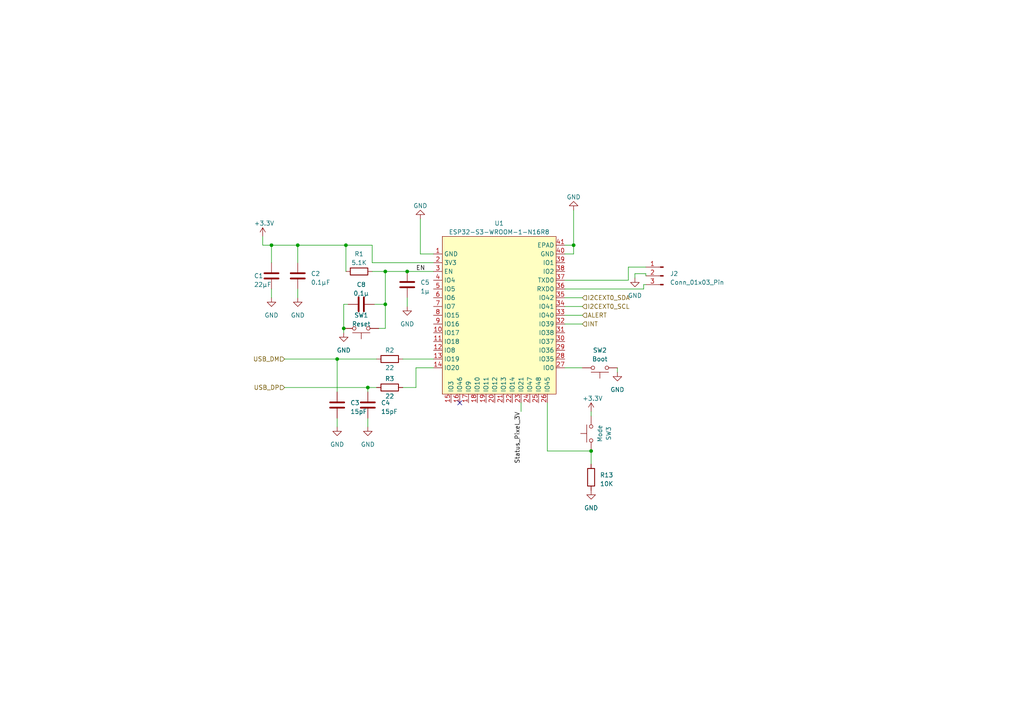
<source format=kicad_sch>
(kicad_sch (version 20231120) (generator "eeschema") (generator_version "8.0")
  (paper "A4")
  (lib_symbols
    (symbol "Connector:Conn_01x03_Pin" (pin_names (offset 1.016) hide)
      (property "Reference" "J" (at 0 5.08 0))
      (property "Value" "Conn_01x03_Pin" (at 0 -5.08 0))
      (symbol "Conn_01x03_Pin_1_1"
        (polyline (pts (xy 1.27 -2.54) (xy 0.8636 -2.54)) (stroke (width 0.1524)))
        (polyline (pts (xy 1.27 0) (xy 0.8636 0)) (stroke (width 0.1524)))
        (polyline (pts (xy 1.27 2.54) (xy 0.8636 2.54)) (stroke (width 0.1524)))
        (rectangle (start 0.8636 -2.413) (end 0 -2.667) (stroke (width 0.1524)) (fill (type outline)))
        (rectangle (start 0.8636 0.127) (end 0 -0.127) (stroke (width 0.1524)) (fill (type outline)))
        (rectangle (start 0.8636 2.667) (end 0 2.413) (stroke (width 0.1524)) (fill (type outline)))
        (pin passive line (at 5.08 2.54 180) (length 3.81) (name "Pin_1") (number "1"))
        (pin passive line (at 5.08 0 180) (length 3.81) (name "Pin_2") (number "2"))
        (pin passive line (at 5.08 -2.54 180) (length 3.81) (name "Pin_3") (number "3"))
      )
    )
    (symbol "Device:C" (pin_numbers hide) (pin_names (offset 0.254))
      (property "Reference" "C" (at 0.635 2.54 0))
      (property "Value" "C" (at 0.635 -2.54 0))
      (symbol "C_0_1"
        (polyline (pts (xy -2.032 -0.762) (xy 2.032 -0.762)) (stroke (width 0.508)))
        (polyline (pts (xy -2.032 0.762) (xy 2.032 0.762)) (stroke (width 0.508)))
      )
      (symbol "C_1_1"
        (pin passive line (at 0 3.81 270) (length 2.794) (name "~") (number "1"))
        (pin passive line (at 0 -3.81 90) (length 2.794) (name "~") (number "2"))
      )
    )
    (symbol "Device:R" (pin_numbers hide) (pin_names (offset 0))
      (property "Reference" "R" (at 2.032 0 90))
      (property "Value" "R" (at 0 0 90))
      (symbol "R_0_1"
        (rectangle (start -1.016 -2.54) (end 1.016 2.54) (stroke (width 0.254)))
      )
      (symbol "R_1_1"
        (pin passive line (at 0 3.81 270) (length 1.27) (name "~") (number "1"))
        (pin passive line (at 0 -3.81 90) (length 1.27) (name "~") (number "2"))
      )
    )
    (symbol "ESP32:ESP32-S3-WROOM-1-N16R8"
      (property "Reference" "U" (at 16.51 1.27 0))
      (property "Value" "ESP32-S3-WROOM-1-N16R8" (at 16.51 -20.32 90))
      (symbol "ESP32-S3-WROOM-1-N16R8_1_1"
        (rectangle (start 0 0) (end 33.02 -45.72) (fill (type background)))
        (pin input line (at -2.54 -5.08 0) (length 2.54) (name "GND") (number "1"))
        (pin input line (at -2.54 -27.94 0) (length 2.54) (name "IO17") (number "10"))
        (pin input line (at -2.54 -30.48 0) (length 2.54) (name "IO18") (number "11"))
        (pin input line (at -2.54 -33.02 0) (length 2.54) (name "IO8") (number "12"))
        (pin input line (at -2.54 -35.56 0) (length 2.54) (name "IO19") (number "13"))
        (pin input line (at -2.54 -38.1 0) (length 2.54) (name "IO20") (number "14"))
        (pin input line (at 2.54 -48.26 90) (length 2.54) (name "IO3") (number "15"))
        (pin input line (at 5.08 -48.26 90) (length 2.54) (name "IO46") (number "16"))
        (pin input line (at 7.62 -48.26 90) (length 2.54) (name "IO9") (number "17"))
        (pin input line (at 10.16 -48.26 90) (length 2.54) (name "IO10") (number "18"))
        (pin input line (at 12.7 -48.26 90) (length 2.54) (name "IO11") (number "19"))
        (pin input line (at -2.54 -7.62 0) (length 2.54) (name "3V3") (number "2"))
        (pin input line (at 15.24 -48.26 90) (length 2.54) (name "IO12") (number "20"))
        (pin input line (at 17.78 -48.26 90) (length 2.54) (name "IO13") (number "21"))
        (pin input line (at 20.32 -48.26 90) (length 2.54) (name "IO14") (number "22"))
        (pin input line (at 22.86 -48.26 90) (length 2.54) (name "IO21") (number "23"))
        (pin input line (at 25.4 -48.26 90) (length 2.54) (name "IO47") (number "24"))
        (pin input line (at 27.94 -48.26 90) (length 2.54) (name "IO48") (number "25"))
        (pin input line (at 30.48 -48.26 90) (length 2.54) (name "IO45") (number "26"))
        (pin input line (at 35.56 -38.1 180) (length 2.54) (name "IO0") (number "27"))
        (pin input line (at 35.56 -35.56 180) (length 2.54) (name "IO35") (number "28"))
        (pin input line (at 35.56 -33.02 180) (length 2.54) (name "IO36") (number "29"))
        (pin input line (at -2.54 -10.16 0) (length 2.54) (name "EN") (number "3"))
        (pin input line (at 35.56 -30.48 180) (length 2.54) (name "IO37") (number "30"))
        (pin input line (at 35.56 -27.94 180) (length 2.54) (name "IO38") (number "31"))
        (pin input line (at 35.56 -25.4 180) (length 2.54) (name "IO39") (number "32"))
        (pin input line (at 35.56 -22.86 180) (length 2.54) (name "IO40") (number "33"))
        (pin input line (at 35.56 -20.32 180) (length 2.54) (name "IO41") (number "34"))
        (pin input line (at 35.56 -17.78 180) (length 2.54) (name "IO42") (number "35"))
        (pin input line (at 35.56 -15.24 180) (length 2.54) (name "RXD0") (number "36"))
        (pin input line (at 35.56 -12.7 180) (length 2.54) (name "TXD0") (number "37"))
        (pin input line (at 35.56 -10.16 180) (length 2.54) (name "IO2") (number "38"))
        (pin input line (at 35.56 -7.62 180) (length 2.54) (name "IO1") (number "39"))
        (pin input line (at -2.54 -12.7 0) (length 2.54) (name "IO4") (number "4"))
        (pin input line (at 35.56 -5.08 180) (length 2.54) (name "GND") (number "40"))
        (pin input line (at 35.56 -2.54 180) (length 2.54) (name "EPAD") (number "41"))
        (pin input line (at -2.54 -15.24 0) (length 2.54) (name "IO5") (number "5"))
        (pin input line (at -2.54 -17.78 0) (length 2.54) (name "IO6") (number "6"))
        (pin input line (at -2.54 -20.32 0) (length 2.54) (name "IO7") (number "7"))
        (pin input line (at -2.54 -22.86 0) (length 2.54) (name "IO15") (number "8"))
        (pin input line (at -2.54 -25.4 0) (length 2.54) (name "IO16") (number "9"))
      )
    )
    (symbol "Switch:SW_Push" (pin_numbers hide) (pin_names (offset 1.016) hide)
      (property "Reference" "SW" (at 1.27 2.54 0))
      (property "Value" "SW_Push" (at 0 -1.524 0))
      (symbol "SW_Push_0_1"
        (circle (center -2.032 0) (radius 0.508))
        (polyline (pts (xy 0 1.27) (xy 0 3.048)))
        (polyline (pts (xy 2.54 1.27) (xy -2.54 1.27)))
        (circle (center 2.032 0) (radius 0.508))
        (pin passive line (at -5.08 0 0) (length 2.54) (name "1") (number "1"))
        (pin passive line (at 5.08 0 180) (length 2.54) (name "2") (number "2"))
      )
    )
    (symbol "power:+3.3V" (power) (pin_names (offset 0))
      (property "Value" "+3.3V" (at 0 3.556 0))
      (symbol "+3.3V_0_1"
        (polyline (pts (xy -0.762 1.27) (xy 0 2.54)))
        (polyline (pts (xy 0 0) (xy 0 2.54)))
        (polyline (pts (xy 0 2.54) (xy 0.762 1.27)))
      )
      (symbol "+3.3V_1_1"
        (pin power_in line (at 0 0 90) (length 0) hide (name "+3.3V") (number "1"))
      )
    )
    (symbol "power:GND" (power) (pin_names (offset 0))
      (property "Value" "GND" (at 0 -3.81 0))
      (symbol "GND_0_1"
        (polyline (pts (xy 0 0) (xy 0 -1.27) (xy 1.27 -1.27) (xy 0 -2.54) (xy -1.27 -1.27) (xy 0 -1.27)))
      )
      (symbol "GND_1_1"
        (pin power_in line (at 0 0 270) (length 0) hide (name "GND") (number "1"))
      )
    )
  )
  (junction (at 111.76 88.265))
  (junction (at 97.79 104.14))
  (junction (at 118.11 78.74))
  (junction (at 78.74 71.12))
  (junction (at 100.33 71.12))
  (junction (at 99.695 95.25))
  (junction (at 111.76 78.74))
  (junction (at 171.45 130.81))
  (junction (at 166.37 71.12))
  (junction (at 86.36 71.12))
  (junction (at 106.68 112.395))
  (no_connect (at 133.35 116.84))
  (wire (pts (xy 125.73 106.68) (xy 120.65 106.68)))
  (wire (pts (xy 106.68 112.395) (xy 106.68 113.665)))
  (wire (pts (xy 97.79 123.825) (xy 97.79 121.285)))
  (wire (pts (xy 118.11 78.74) (xy 125.73 78.74)))
  (wire (pts (xy 187.325 82.55) (xy 186.69 82.55)))
  (wire (pts (xy 171.45 130.81) (xy 171.45 134.62)))
  (wire (pts (xy 163.83 93.98) (xy 168.91 93.98)))
  (wire (pts (xy 187.325 77.47) (xy 182.245 77.47)))
  (wire (pts (xy 107.95 76.2) (xy 107.95 71.12)))
  (wire (pts (xy 76.2 71.12) (xy 78.74 71.12)))
  (wire (pts (xy 82.55 104.14) (xy 97.79 104.14)))
  (wire (pts (xy 158.75 116.84) (xy 158.75 130.81)))
  (wire (pts (xy 186.69 82.55) (xy 186.69 83.82)))
  (wire (pts (xy 111.76 78.74) (xy 111.76 88.265)))
  (wire (pts (xy 186.69 83.82) (xy 163.83 83.82)))
  (wire (pts (xy 125.73 76.2) (xy 107.95 76.2)))
  (wire (pts (xy 121.92 63.5) (xy 121.92 73.66)))
  (wire (pts (xy 108.585 88.265) (xy 111.76 88.265)))
  (wire (pts (xy 166.37 60.96) (xy 166.37 71.12)))
  (wire (pts (xy 106.68 112.395) (xy 109.22 112.395)))
  (wire (pts (xy 78.74 71.12) (xy 78.74 76.2)))
  (wire (pts (xy 163.83 91.44) (xy 168.91 91.44)))
  (wire (pts (xy 86.36 71.12) (xy 78.74 71.12)))
  (wire (pts (xy 116.84 112.395) (xy 120.65 112.395)))
  (wire (pts (xy 86.36 83.82) (xy 86.36 86.36)))
  (wire (pts (xy 151.13 116.84) (xy 151.13 119.38)))
  (wire (pts (xy 111.76 88.265) (xy 111.76 95.25)))
  (wire (pts (xy 107.95 78.74) (xy 111.76 78.74)))
  (wire (pts (xy 99.695 95.25) (xy 99.695 96.52)))
  (wire (pts (xy 76.2 68.58) (xy 76.2 71.12)))
  (wire (pts (xy 166.37 73.66) (xy 166.37 71.12)))
  (wire (pts (xy 107.95 71.12) (xy 100.33 71.12)))
  (wire (pts (xy 82.55 112.395) (xy 106.68 112.395)))
  (wire (pts (xy 187.325 80.01) (xy 187.325 79.375)))
  (wire (pts (xy 100.33 71.12) (xy 86.36 71.12)))
  (wire (pts (xy 166.37 71.12) (xy 163.83 71.12)))
  (wire (pts (xy 182.245 77.47) (xy 182.245 81.28)))
  (wire (pts (xy 184.15 79.375) (xy 184.15 80.645)))
  (wire (pts (xy 182.245 81.28) (xy 163.83 81.28)))
  (wire (pts (xy 106.68 123.825) (xy 106.68 121.285)))
  (wire (pts (xy 171.45 119.38) (xy 171.45 120.65)))
  (wire (pts (xy 187.325 79.375) (xy 184.15 79.375)))
  (wire (pts (xy 97.79 104.14) (xy 109.22 104.14)))
  (wire (pts (xy 99.695 88.265) (xy 100.965 88.265)))
  (wire (pts (xy 97.79 104.14) (xy 97.79 113.665)))
  (wire (pts (xy 125.73 73.66) (xy 121.92 73.66)))
  (wire (pts (xy 168.91 86.36) (xy 163.83 86.36)))
  (wire (pts (xy 99.695 88.265) (xy 99.695 95.25)))
  (wire (pts (xy 163.83 106.68) (xy 168.91 106.68)))
  (wire (pts (xy 118.11 86.36) (xy 118.11 88.9)))
  (wire (pts (xy 158.75 130.81) (xy 171.45 130.81)))
  (wire (pts (xy 111.76 95.25) (xy 109.855 95.25)))
  (wire (pts (xy 86.36 71.12) (xy 86.36 76.2)))
  (wire (pts (xy 111.76 78.74) (xy 118.11 78.74)))
  (wire (pts (xy 168.91 88.9) (xy 163.83 88.9)))
  (wire (pts (xy 163.83 73.66) (xy 166.37 73.66)))
  (wire (pts (xy 120.65 106.68) (xy 120.65 112.395)))
  (wire (pts (xy 78.74 83.82) (xy 78.74 86.36)))
  (wire (pts (xy 116.84 104.14) (xy 125.73 104.14)))
  (wire (pts (xy 179.07 106.68) (xy 179.07 107.95)))
  (wire (pts (xy 100.33 71.12) (xy 100.33 78.74)))
  (label "Status_Pixel_3V" (at 151.13 119.38 270))
  (label "EN" (at 120.65 78.74 0))
  (hierarchical_label "ALERT" (shape input) (at 168.91 91.44 0))
  (hierarchical_label "I2CEXT0_SDA" (shape input) (at 168.91 86.36 0))
  (hierarchical_label "I2CEXT0_SCL" (shape input) (at 168.91 88.9 0))
  (hierarchical_label "USB_DP" (shape input) (at 82.55 112.395 180))
  (hierarchical_label "INT" (shape input) (at 168.91 93.98 0))
  (hierarchical_label "USB_DM" (shape input) (at 82.55 104.14 180))
  (symbol (lib_id "power:+3.3V") (at 76.2 68.58 0) (unit 1)
    (property "Reference" "#PWR03" (effects (hide yes)))
    (property "Value" "+3.3V" (at 73.66 64.77 0) (effects (justify left)))
    (instances (project "Rica_Phoenix_Platine" (path "" (reference "#PWR03") (unit 1))) (project "ESP32_Soil_Sensor_Platine" (path "" (reference "#PWR03") (unit 1))) (project "Luftmassenmesser" (path "" (reference "#PWR?") (unit 1)) (path "" (reference "#PWR?") (unit 1))) (project "Rica_Phoenix_Platine" (path "" (reference "#PWR03") (unit 1))) (project "Alkoholsensor" (path "" (reference "#PWR014") (unit 1))))
  )
  (symbol (lib_id "Connector:Conn_01x03_Pin") (at 192.405 80.01 0) (mirror y) (unit 1)
    (property "Reference" "J2" (at 194.31 79.375 0) (effects (justify right)))
    (property "Value" "Conn_01x03_Pin" (at 194.31 81.915 0) (effects (justify right)))
    (property "Footprint" "Connector_PinHeader_2.54mm:PinHeader_1x03_P2.54mm_Vertical" (effects (hide yes)))
  )
  (symbol (lib_id "power:GND") (at 171.45 142.24 0) (mirror y) (unit 1)
    (property "Reference" "#PWR0111" (effects (hide yes)))
    (property "Value" "GND" (at 171.45 147.32 0))
    (instances (project "Rica_Phoenix_Platine" (path "" (reference "#PWR0111") (unit 1))) (project "ESP32_Soil_Sensor_Platine" (path "" (reference "#PWR0111") (unit 1))) (project "Luftmassenmesser" (path "" (reference "#PWR?") (unit 1)) (path "" (reference "#PWR?") (unit 1))) (project "Rica_Phoenix_Platine" (path "" (reference "#PWR0111") (unit 1))) (project "Alkoholsensor" (path "" (reference "#PWR023") (unit 1))))
  )
  (symbol (lib_id "power:GND") (at 106.68 123.825 0) (unit 1)
    (property "Reference" "#PWR08" (effects (hide yes)))
    (property "Value" "GND" (at 106.68 128.905 0))
    (instances (project "Rica_Phoenix_Platine" (path "" (reference "#PWR08") (unit 1))) (project "ESP32_Soil_Sensor_Platine" (path "" (reference "#PWR08") (unit 1))) (project "Luftmassenmesser" (path "" (reference "#PWR?") (unit 1)) (path "" (reference "#PWR?") (unit 1))) (project "Rica_Phoenix_Platine" (path "" (reference "#PWR08") (unit 1))) (project "Alkoholsensor" (path "" (reference "#PWR019") (unit 1))))
  )
  (symbol (lib_id "Device:R") (at 113.03 104.14 270) (unit 1)
    (property "Reference" "R2" (at 113.03 101.6 90))
    (property "Value" "22" (at 113.03 106.68 90))
    (property "Footprint" "Resistor_SMD:R_0805_2012Metric_Pad1.20x1.40mm_HandSolder" (effects (hide yes)))
    (instances (project "Rica_Phoenix_Platine" (path "" (reference "R2") (unit 1))) (project "ESP32_Soil_Sensor_Platine" (path "" (reference "R2") (unit 1))) (project "Luftmassenmesser" (path "" (reference "R?") (unit 1))) (project "Rica_Phoenix_Platine" (path "" (reference "R2") (unit 1))) (project "Alkoholsensor" (path "" (reference "R4") (unit 1))))
  )
  (symbol (lib_id "power:GND") (at 118.11 88.9 0) (unit 1)
    (property "Reference" "#PWR09" (effects (hide yes)))
    (property "Value" "GND" (at 118.11 93.98 0))
    (instances (project "Rica_Phoenix_Platine" (path "" (reference "#PWR09") (unit 1))) (project "ESP32_Soil_Sensor_Platine" (path "" (reference "#PWR09") (unit 1))) (project "Luftmassenmesser" (path "" (reference "#PWR?") (unit 1)) (path "" (reference "#PWR?") (unit 1))) (project "Rica_Phoenix_Platine" (path "" (reference "#PWR09") (unit 1))) (project "Alkoholsensor" (path "" (reference "#PWR020") (unit 1))))
  )
  (symbol (lib_id "Device:R") (at 113.03 112.395 270) (unit 1)
    (property "Reference" "R3" (at 113.03 109.855 90))
    (property "Value" "22" (at 113.03 114.935 90))
    (property "Footprint" "Resistor_SMD:R_0805_2012Metric_Pad1.20x1.40mm_HandSolder" (effects (hide yes)))
    (instances (project "Rica_Phoenix_Platine" (path "" (reference "R3") (unit 1))) (project "ESP32_Soil_Sensor_Platine" (path "" (reference "R3") (unit 1))) (project "Luftmassenmesser" (path "" (reference "R?") (unit 1))) (project "Rica_Phoenix_Platine" (path "" (reference "R3") (unit 1))) (project "Alkoholsensor" (path "" (reference "R5") (unit 1))))
  )
  (symbol (lib_id "power:GND") (at 166.37 60.96 180) (unit 1)
    (property "Reference" "#PWR011" (effects (hide yes)))
    (property "Value" "GND" (at 166.37 57.15 0))
    (instances (project "Rica_Phoenix_Platine" (path "" (reference "#PWR011") (unit 1))) (project "ESP32_Soil_Sensor_Platine" (path "" (reference "#PWR011") (unit 1))) (project "Luftmassenmesser" (path "" (reference "#PWR?") (unit 1)) (path "" (reference "#PWR?") (unit 1))) (project "Rica_Phoenix_Platine" (path "" (reference "#PWR011") (unit 1))) (project "Alkoholsensor" (path "" (reference "#PWR022") (unit 1))))
  )
  (symbol (lib_id "power:GND") (at 78.74 86.36 0) (unit 1)
    (property "Reference" "#PWR04" (effects (hide yes)))
    (property "Value" "GND" (at 78.74 91.44 0))
    (instances (project "Rica_Phoenix_Platine" (path "" (reference "#PWR04") (unit 1))) (project "ESP32_Soil_Sensor_Platine" (path "" (reference "#PWR04") (unit 1))) (project "Luftmassenmesser" (path "" (reference "#PWR?") (unit 1)) (path "" (reference "#PWR?") (unit 1))) (project "Rica_Phoenix_Platine" (path "" (reference "#PWR04") (unit 1))) (project "Alkoholsensor" (path "" (reference "#PWR015") (unit 1))))
  )
  (symbol (lib_id "Device:C") (at 118.11 82.55 0) (unit 1)
    (property "Reference" "C5" (at 121.92 81.915 0) (effects (justify left)))
    (property "Value" "1µ" (at 121.92 84.455 0) (effects (justify left)))
    (property "Footprint" "Capacitor_SMD:C_0805_2012Metric_Pad1.18x1.45mm_HandSolder" (effects (hide yes)))
    (instances (project "Rica_Phoenix_Platine" (path "" (reference "C5") (unit 1))) (project "ESP32_Soil_Sensor_Platine" (path "" (reference "C5") (unit 1))) (project "Luftmassenmesser" (path "" (reference "C?") (unit 1)) (path "" (reference "C?") (unit 1))) (project "Rica_Phoenix_Platine" (path "" (reference "C5") (unit 1))) (project "Alkoholsensor" (path "" (reference "C7") (unit 1))))
  )
  (symbol (lib_id "power:GND") (at 179.07 107.95 0) (mirror y) (unit 1)
    (property "Reference" "#PWR012" (effects (hide yes)))
    (property "Value" "GND" (at 179.07 113.03 0))
    (instances (project "Rica_Phoenix_Platine" (path "" (reference "#PWR012") (unit 1))) (project "ESP32_Soil_Sensor_Platine" (path "" (reference "#PWR012") (unit 1))) (project "Luftmassenmesser" (path "" (reference "#PWR?") (unit 1)) (path "" (reference "#PWR?") (unit 1))) (project "Rica_Phoenix_Platine" (path "" (reference "#PWR012") (unit 1))) (project "Alkoholsensor" (path "" (reference "#PWR023") (unit 1))))
  )
  (symbol (lib_id "ESP32:ESP32-S3-WROOM-1-N16R8") (at 128.27 68.58 0) (unit 1)
    (property "Reference" "U1" (at 144.78 64.77 0))
    (property "Value" "ESP32-S3-WROOM-1-N16R8" (at 144.78 67.31 0))
    (property "Footprint" "ESP32:ESP32-S3-WROOM-1-N16R8" (effects (hide yes)))
    (instances (project "Rica_Phoenix_Platine" (path "" (reference "U1") (unit 1))) (project "ESP32_Soil_Sensor_Platine" (path "" (reference "U1") (unit 1))) (project "Luftmassenmesser" (path "" (reference "U?") (unit 1))) (project "Rica_Phoenix_Platine" (path "" (reference "U1") (unit 1))) (project "Alkoholsensor" (path "" (reference "U1") (unit 1))))
  )
  (symbol (lib_id "Device:C") (at 106.68 117.475 0) (unit 1)
    (property "Reference" "C4" (at 110.49 116.84 0) (effects (justify left)))
    (property "Value" "15pF" (at 110.49 119.38 0) (effects (justify left)))
    (property "Footprint" "Capacitor_SMD:C_0805_2012Metric_Pad1.18x1.45mm_HandSolder" (effects (hide yes)))
    (instances (project "Rica_Phoenix_Platine" (path "" (reference "C4") (unit 1))) (project "ESP32_Soil_Sensor_Platine" (path "" (reference "C4") (unit 1))) (project "Luftmassenmesser" (path "" (reference "C?") (unit 1))) (project "Rica_Phoenix_Platine" (path "" (reference "C4") (unit 1))) (project "Alkoholsensor" (path "" (reference "C6") (unit 1))))
  )
  (symbol (lib_id "power:GND") (at 97.79 123.825 0) (unit 1)
    (property "Reference" "#PWR06" (effects (hide yes)))
    (property "Value" "GND" (at 97.79 128.905 0))
    (instances (project "Rica_Phoenix_Platine" (path "" (reference "#PWR06") (unit 1))) (project "ESP32_Soil_Sensor_Platine" (path "" (reference "#PWR06") (unit 1))) (project "Luftmassenmesser" (path "" (reference "#PWR?") (unit 1)) (path "" (reference "#PWR?") (unit 1))) (project "Rica_Phoenix_Platine" (path "" (reference "#PWR06") (unit 1))) (project "Alkoholsensor" (path "" (reference "#PWR017") (unit 1))))
  )
  (symbol (lib_id "Switch:SW_Push") (at 173.99 106.68 0) (mirror x) (unit 1)
    (property "Reference" "SW2" (at 173.99 101.6 0))
    (property "Value" "Boot" (at 173.99 104.14 0))
    (property "Footprint" "Button:Button_Hagendorf" (effects (hide yes)))
    (instances (project "Rica_Phoenix_Platine" (path "" (reference "SW2") (unit 1))) (project "ESP32_Soil_Sensor_Platine" (path "" (reference "SW2") (unit 1))) (project "Luftmassenmesser" (path "" (reference "SW?") (unit 1))) (project "Rica_Phoenix_Platine" (path "" (reference "SW2") (unit 1))) (project "Alkoholsensor" (path "" (reference "SW2") (unit 1))))
  )
  (symbol (lib_id "Device:R") (at 171.45 138.43 0) (unit 1)
    (property "Reference" "R13" (at 173.99 137.795 0) (effects (justify left)))
    (property "Value" "10K" (at 173.99 140.335 0) (effects (justify left)))
    (property "Footprint" "Resistor_SMD:R_0805_2012Metric_Pad1.20x1.40mm_HandSolder" (effects (hide yes)))
  )
  (symbol (lib_id "Device:R") (at 104.14 78.74 90) (unit 1)
    (property "Reference" "R1" (at 104.14 73.66 90))
    (property "Value" "5.1K" (at 104.14 76.2 90))
    (property "Footprint" "Resistor_SMD:R_0805_2012Metric_Pad1.20x1.40mm_HandSolder" (effects (hide yes)))
    (instances (project "Rica_Phoenix_Platine" (path "" (reference "R1") (unit 1))) (project "ESP32_Soil_Sensor_Platine" (path "" (reference "R1") (unit 1))) (project "Luftmassenmesser" (path "" (reference "R?") (unit 1))) (project "Rica_Phoenix_Platine" (path "" (reference "R1") (unit 1))) (project "Alkoholsensor" (path "" (reference "R3") (unit 1))))
  )
  (symbol (lib_id "power:GND") (at 86.36 86.36 0) (unit 1)
    (property "Reference" "#PWR05" (effects (hide yes)))
    (property "Value" "GND" (at 86.36 91.44 0))
    (instances (project "Rica_Phoenix_Platine" (path "" (reference "#PWR05") (unit 1))) (project "ESP32_Soil_Sensor_Platine" (path "" (reference "#PWR05") (unit 1))) (project "Luftmassenmesser" (path "" (reference "#PWR?") (unit 1)) (path "" (reference "#PWR?") (unit 1))) (project "Rica_Phoenix_Platine" (path "" (reference "#PWR05") (unit 1))) (project "Alkoholsensor" (path "" (reference "#PWR016") (unit 1))))
  )
  (symbol (lib_id "Device:C") (at 86.36 80.01 0) (unit 1)
    (property "Reference" "C2" (at 90.17 79.375 0) (effects (justify left)))
    (property "Value" "0.1µF" (at 90.17 81.915 0) (effects (justify left)))
    (property "Footprint" "Capacitor_SMD:C_0805_2012Metric_Pad1.18x1.45mm_HandSolder" (effects (hide yes)))
    (instances (project "Rica_Phoenix_Platine" (path "" (reference "C2") (unit 1))) (project "ESP32_Soil_Sensor_Platine" (path "" (reference "C2") (unit 1))) (project "Luftmassenmesser" (path "" (reference "C?") (unit 1)) (path "" (reference "C?") (unit 1))) (project "Rica_Phoenix_Platine" (path "" (reference "C2") (unit 1))) (project "Alkoholsensor" (path "" (reference "C4") (unit 1))))
  )
  (symbol (lib_id "Switch:SW_Push") (at 171.45 125.73 90) (mirror x) (unit 1)
    (property "Reference" "SW3" (at 176.53 125.73 0))
    (property "Value" "Mode" (at 173.99 125.73 0))
    (property "Footprint" "Button:Button_Hagendorf" (effects (hide yes)))
    (instances (project "Rica_Phoenix_Platine" (path "" (reference "SW3") (unit 1))) (project "ESP32_Soil_Sensor_Platine" (path "" (reference "SW3") (unit 1))) (project "Luftmassenmesser" (path "" (reference "SW?") (unit 1))) (project "Rica_Phoenix_Platine" (path "" (reference "SW3") (unit 1))) (project "Alkoholsensor" (path "" (reference "SW2") (unit 1))))
  )
  (symbol (lib_id "power:GND") (at 99.695 96.52 0) (unit 1)
    (property "Reference" "#PWR07" (effects (hide yes)))
    (property "Value" "GND" (at 99.695 101.6 0))
    (instances (project "Rica_Phoenix_Platine" (path "" (reference "#PWR07") (unit 1))) (project "ESP32_Soil_Sensor_Platine" (path "" (reference "#PWR07") (unit 1))) (project "Luftmassenmesser" (path "" (reference "#PWR?") (unit 1)) (path "" (reference "#PWR?") (unit 1))) (project "Rica_Phoenix_Platine" (path "" (reference "#PWR07") (unit 1))) (project "Alkoholsensor" (path "" (reference "#PWR018") (unit 1))))
  )
  (symbol (lib_id "power:GND") (at 184.15 80.645 0) (mirror y) (unit 1)
    (property "Reference" "#PWR013" (effects (hide yes)))
    (property "Value" "GND" (at 184.15 85.725 0))
    (instances (project "Rica_Phoenix_Platine" (path "" (reference "#PWR013") (unit 1))) (project "ESP32_Soil_Sensor_Platine" (path "" (reference "#PWR013") (unit 1))) (project "Luftmassenmesser" (path "" (reference "#PWR?") (unit 1)) (path "" (reference "#PWR?") (unit 1))) (project "Rica_Phoenix_Platine" (path "" (reference "#PWR013") (unit 1))) (project "Alkoholsensor" (path "" (reference "#PWR024") (unit 1))))
  )
  (symbol (lib_id "Device:C") (at 97.79 117.475 0) (unit 1)
    (property "Reference" "C3" (at 101.6 116.84 0) (effects (justify left)))
    (property "Value" "15pF" (at 101.6 119.38 0) (effects (justify left)))
    (property "Footprint" "Capacitor_SMD:C_0805_2012Metric_Pad1.18x1.45mm_HandSolder" (effects (hide yes)))
    (instances (project "Rica_Phoenix_Platine" (path "" (reference "C3") (unit 1))) (project "ESP32_Soil_Sensor_Platine" (path "" (reference "C3") (unit 1))) (project "Luftmassenmesser" (path "" (reference "C?") (unit 1))) (project "Rica_Phoenix_Platine" (path "" (reference "C3") (unit 1))) (project "Alkoholsensor" (path "" (reference "C5") (unit 1))))
  )
  (symbol (lib_id "power:+3.3V") (at 171.45 119.38 0) (unit 1)
    (property "Reference" "#PWR0112" (effects (hide yes)))
    (property "Value" "+3.3V" (at 168.91 115.57 0) (effects (justify left)))
    (instances (project "Rica_Phoenix_Platine" (path "" (reference "#PWR0112") (unit 1))) (project "ESP32_Soil_Sensor_Platine" (path "" (reference "#PWR0112") (unit 1))) (project "Luftmassenmesser" (path "" (reference "#PWR?") (unit 1)) (path "" (reference "#PWR?") (unit 1))) (project "Rica_Phoenix_Platine" (path "" (reference "#PWR0112") (unit 1))) (project "Alkoholsensor" (path "" (reference "#PWR014") (unit 1))))
  )
  (symbol (lib_id "power:GND") (at 121.92 63.5 180) (unit 1)
    (property "Reference" "#PWR010" (effects (hide yes)))
    (property "Value" "GND" (at 121.92 59.69 0))
    (instances (project "Rica_Phoenix_Platine" (path "" (reference "#PWR010") (unit 1))) (project "ESP32_Soil_Sensor_Platine" (path "" (reference "#PWR010") (unit 1))) (project "Luftmassenmesser" (path "" (reference "#PWR?") (unit 1)) (path "" (reference "#PWR?") (unit 1))) (project "Rica_Phoenix_Platine" (path "" (reference "#PWR010") (unit 1))) (project "Alkoholsensor" (path "" (reference "#PWR021") (unit 1))))
  )
  (symbol (lib_id "Device:C") (at 104.775 88.265 90) (unit 1)
    (property "Reference" "C8" (at 104.775 82.55 90))
    (property "Value" "0,1µ" (at 104.775 85.09 90))
    (property "Footprint" "Capacitor_SMD:C_0805_2012Metric_Pad1.18x1.45mm_HandSolder" (effects (hide yes)))
  )
  (symbol (lib_id "Switch:SW_Push") (at 104.775 95.25 180) (unit 1)
    (property "Reference" "SW1" (at 104.775 91.44 0))
    (property "Value" "Reset" (at 104.775 93.98 0))
    (property "Footprint" "Button:Button_Hagendorf" (effects (hide yes)))
    (instances (project "Rica_Phoenix_Platine" (path "" (reference "SW1") (unit 1))) (project "ESP32_Soil_Sensor_Platine" (path "" (reference "SW1") (unit 1))) (project "Luftmassenmesser" (path "" (reference "SW?") (unit 1))) (project "Rica_Phoenix_Platine" (path "" (reference "SW1") (unit 1))) (project "Alkoholsensor" (path "" (reference "SW1") (unit 1))))
  )
  (symbol (lib_id "Device:C") (at 78.74 80.01 0) (unit 1)
    (property "Reference" "C1" (at 73.66 80.01 0) (effects (justify left)))
    (property "Value" "22µF" (at 73.66 82.55 0) (effects (justify left)))
    (property "Footprint" "Capacitor_SMD:C_0805_2012Metric_Pad1.18x1.45mm_HandSolder" (effects (hide yes)))
    (instances (project "Rica_Phoenix_Platine" (path "" (reference "C1") (unit 1))) (project "ESP32_Soil_Sensor_Platine" (path "" (reference "C1") (unit 1))) (project "Luftmassenmesser" (path "" (reference "C?") (unit 1)) (path "" (reference "C?") (unit 1))) (project "Rica_Phoenix_Platine" (path "" (reference "C1") (unit 1))) (project "Alkoholsensor" (path "" (reference "C3") (unit 1))))
  )
)
</source>
